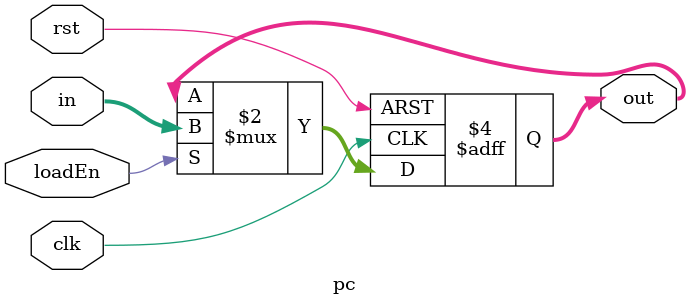
<source format=v>
module pc(clk, rst, loadEn, in, out);
  input[11:0] in;
  output reg [11:0] out;
  input clk, rst, loadEn;
  always @(posedge clk, posedge rst) begin
    if(rst) begin
      out <= 12'b0;
    end
    else begin
      if(loadEn) begin
        out <= in;
      end
    end
  end
endmodule

</source>
